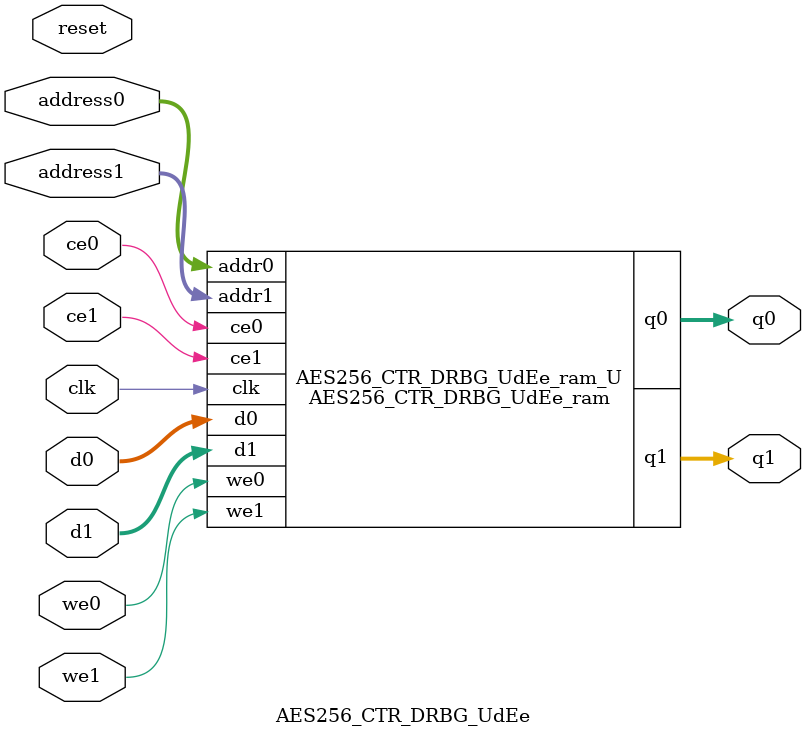
<source format=v>
`timescale 1 ns / 1 ps
module AES256_CTR_DRBG_UdEe_ram (addr0, ce0, d0, we0, q0, addr1, ce1, d1, we1, q1,  clk);

parameter DWIDTH = 8;
parameter AWIDTH = 6;
parameter MEM_SIZE = 48;

input[AWIDTH-1:0] addr0;
input ce0;
input[DWIDTH-1:0] d0;
input we0;
output reg[DWIDTH-1:0] q0;
input[AWIDTH-1:0] addr1;
input ce1;
input[DWIDTH-1:0] d1;
input we1;
output reg[DWIDTH-1:0] q1;
input clk;

(* ram_style = "block" *)reg [DWIDTH-1:0] ram[0:MEM_SIZE-1];




always @(posedge clk)  
begin 
    if (ce0) begin
        if (we0) 
            ram[addr0] <= d0; 
        q0 <= ram[addr0];
    end
end


always @(posedge clk)  
begin 
    if (ce1) begin
        if (we1) 
            ram[addr1] <= d1; 
        q1 <= ram[addr1];
    end
end


endmodule

`timescale 1 ns / 1 ps
module AES256_CTR_DRBG_UdEe(
    reset,
    clk,
    address0,
    ce0,
    we0,
    d0,
    q0,
    address1,
    ce1,
    we1,
    d1,
    q1);

parameter DataWidth = 32'd8;
parameter AddressRange = 32'd48;
parameter AddressWidth = 32'd6;
input reset;
input clk;
input[AddressWidth - 1:0] address0;
input ce0;
input we0;
input[DataWidth - 1:0] d0;
output[DataWidth - 1:0] q0;
input[AddressWidth - 1:0] address1;
input ce1;
input we1;
input[DataWidth - 1:0] d1;
output[DataWidth - 1:0] q1;



AES256_CTR_DRBG_UdEe_ram AES256_CTR_DRBG_UdEe_ram_U(
    .clk( clk ),
    .addr0( address0 ),
    .ce0( ce0 ),
    .we0( we0 ),
    .d0( d0 ),
    .q0( q0 ),
    .addr1( address1 ),
    .ce1( ce1 ),
    .we1( we1 ),
    .d1( d1 ),
    .q1( q1 ));

endmodule


</source>
